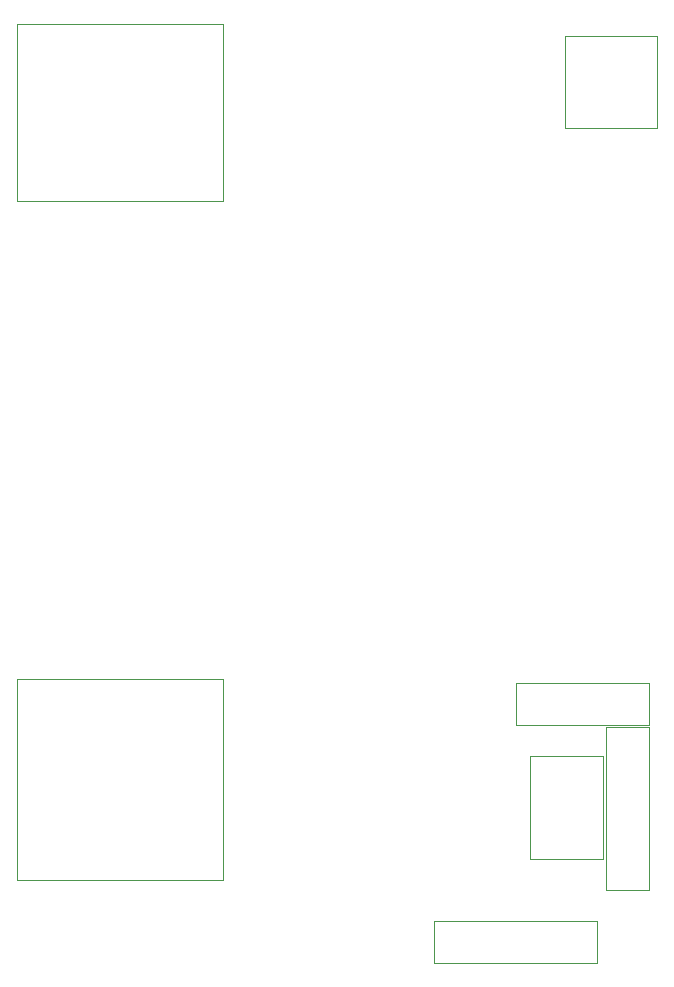
<source format=gbr>
%TF.GenerationSoftware,KiCad,Pcbnew,9.0.0*%
%TF.CreationDate,2025-02-27T23:19:27+00:00*%
%TF.ProjectId,StepUp,53746570-5570-42e6-9b69-6361645f7063,v0.3*%
%TF.SameCoordinates,Original*%
%TF.FileFunction,Other,User*%
%FSLAX45Y45*%
G04 Gerber Fmt 4.5, Leading zero omitted, Abs format (unit mm)*
G04 Created by KiCad (PCBNEW 9.0.0) date 2025-02-27 23:19:27*
%MOMM*%
%LPD*%
G01*
G04 APERTURE LIST*
%ADD10C,0.050000*%
%ADD11C,0.100000*%
G04 APERTURE END LIST*
D10*
%TO.C,J3*%
X9972500Y-10625000D02*
X11092500Y-10625000D01*
X9972500Y-10985000D02*
X9972500Y-10625000D01*
X11092500Y-10625000D02*
X11092500Y-10985000D01*
X11092500Y-10985000D02*
X9972500Y-10985000D01*
D11*
%TO.C,LED2*%
X10385000Y-5147500D02*
X10385000Y-5927500D01*
X10385000Y-5927500D02*
X11165000Y-5927500D01*
X11165000Y-5147500D02*
X10385000Y-5147500D01*
X11165000Y-5927500D02*
X11165000Y-5147500D01*
D10*
%TO.C,J6*%
X9276500Y-12640000D02*
X9276500Y-13000000D01*
X9276500Y-13000000D02*
X10651500Y-13000000D01*
X10651500Y-12640000D02*
X9276500Y-12640000D01*
X10651500Y-13000000D02*
X10651500Y-12640000D01*
%TO.C,J4*%
X10090000Y-11249000D02*
X10090000Y-12114000D01*
X10090000Y-12114000D02*
X10705000Y-12114000D01*
X10705000Y-11249000D02*
X10090000Y-11249000D01*
X10705000Y-12114000D02*
X10705000Y-11249000D01*
%TO.C,J2*%
X10732500Y-11002000D02*
X11092500Y-11002000D01*
X10732500Y-12377000D02*
X10732500Y-11002000D01*
X11092500Y-11002000D02*
X11092500Y-12377000D01*
X11092500Y-12377000D02*
X10732500Y-12377000D01*
D11*
%TO.C,BT1*%
X5741300Y-5050000D02*
X5741300Y-6550000D01*
X5741300Y-6550000D02*
X7490300Y-6550000D01*
X7490300Y-5050000D02*
X5741300Y-5050000D01*
X7490300Y-6550000D02*
X7490300Y-5050000D01*
%TO.C,BT2*%
X5741300Y-10594000D02*
X7490300Y-10594000D01*
X5741300Y-12294000D02*
X5741300Y-10594000D01*
X7490300Y-10594000D02*
X7490300Y-12294000D01*
X7490300Y-12294000D02*
X5741300Y-12294000D01*
%TD*%
M02*

</source>
